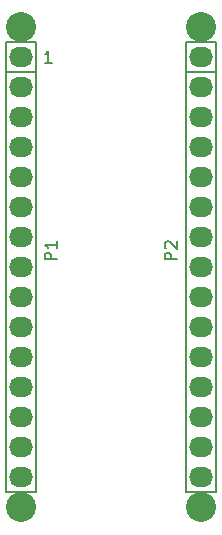
<source format=gbr>
%TF.GenerationSoftware,KiCad,Pcbnew,6.0.2+dfsg-1*%
%TF.CreationDate,2023-07-02T18:14:50+02:00*%
%TF.ProjectId,main,6d61696e-2e6b-4696-9361-645f70636258,rev?*%
%TF.SameCoordinates,Original*%
%TF.FileFunction,Legend,Top*%
%TF.FilePolarity,Positive*%
%FSLAX46Y46*%
G04 Gerber Fmt 4.6, Leading zero omitted, Abs format (unit mm)*
G04 Created by KiCad (PCBNEW 6.0.2+dfsg-1) date 2023-07-02 18:14:50*
%MOMM*%
%LPD*%
G01*
G04 APERTURE LIST*
%ADD10C,0.150000*%
%ADD11O,2.032000X1.727200*%
%ADD12C,2.540000*%
G04 APERTURE END LIST*
D10*
X142017714Y-71699380D02*
X141446285Y-71699380D01*
X141732000Y-71699380D02*
X141732000Y-70699380D01*
X141636761Y-70842238D01*
X141541523Y-70937476D01*
X141446285Y-70985095D01*
%TO.C,P1*%
X142438380Y-88368095D02*
X141438380Y-88368095D01*
X141438380Y-87987142D01*
X141486000Y-87891904D01*
X141533619Y-87844285D01*
X141628857Y-87796666D01*
X141771714Y-87796666D01*
X141866952Y-87844285D01*
X141914571Y-87891904D01*
X141962190Y-87987142D01*
X141962190Y-88368095D01*
X142438380Y-86844285D02*
X142438380Y-87415714D01*
X142438380Y-87130000D02*
X141438380Y-87130000D01*
X141581238Y-87225238D01*
X141676476Y-87320476D01*
X141724095Y-87415714D01*
%TO.C,P2*%
X152598380Y-88368095D02*
X151598380Y-88368095D01*
X151598380Y-87987142D01*
X151646000Y-87891904D01*
X151693619Y-87844285D01*
X151788857Y-87796666D01*
X151931714Y-87796666D01*
X152026952Y-87844285D01*
X152074571Y-87891904D01*
X152122190Y-87987142D01*
X152122190Y-88368095D01*
X151693619Y-87415714D02*
X151646000Y-87368095D01*
X151598380Y-87272857D01*
X151598380Y-87034761D01*
X151646000Y-86939523D01*
X151693619Y-86891904D01*
X151788857Y-86844285D01*
X151884095Y-86844285D01*
X152026952Y-86891904D01*
X152598380Y-87463333D01*
X152598380Y-86844285D01*
%TO.C,P1*%
X140716000Y-72517000D02*
X140716000Y-108077000D01*
X138176000Y-69977000D02*
X138176000Y-72517000D01*
X138176000Y-108077000D02*
X138176000Y-72517000D01*
X140716000Y-108077000D02*
X138176000Y-108077000D01*
X140716000Y-72517000D02*
X140716000Y-69977000D01*
X140716000Y-69977000D02*
X138176000Y-69977000D01*
X138176000Y-72517000D02*
X140716000Y-72517000D01*
%TO.C,P2*%
X155956000Y-69977000D02*
X153416000Y-69977000D01*
X155956000Y-72517000D02*
X155956000Y-69977000D01*
X155956000Y-108077000D02*
X153416000Y-108077000D01*
X155956000Y-72517000D02*
X155956000Y-108077000D01*
X153416000Y-72517000D02*
X155956000Y-72517000D01*
X153416000Y-69977000D02*
X153416000Y-72517000D01*
X153416000Y-108077000D02*
X153416000Y-72517000D01*
%TD*%
D11*
%TO.C,P1*%
X139446000Y-71247000D03*
X139446000Y-73787000D03*
X139446000Y-76327000D03*
X139446000Y-78867000D03*
X139446000Y-81407000D03*
X139446000Y-83947000D03*
X139446000Y-86487000D03*
X139446000Y-89027000D03*
X139446000Y-91567000D03*
X139446000Y-94107000D03*
X139446000Y-96647000D03*
X139446000Y-99187000D03*
X139446000Y-101727000D03*
X139446000Y-104267000D03*
X139446000Y-106807000D03*
%TD*%
%TO.C,P2*%
X154686000Y-71247000D03*
X154686000Y-73787000D03*
X154686000Y-76327000D03*
X154686000Y-78867000D03*
X154686000Y-81407000D03*
X154686000Y-83947000D03*
X154686000Y-86487000D03*
X154686000Y-89027000D03*
X154686000Y-91567000D03*
X154686000Y-94107000D03*
X154686000Y-96647000D03*
X154686000Y-99187000D03*
X154686000Y-101727000D03*
X154686000Y-104267000D03*
X154686000Y-106807000D03*
%TD*%
D12*
%TO.C,P3*%
X139446000Y-68707000D03*
%TD*%
%TO.C,P4*%
X139446000Y-109347000D03*
%TD*%
%TO.C,P5*%
X154686000Y-109347000D03*
%TD*%
%TO.C,P6*%
X154686000Y-68707000D03*
%TD*%
M02*

</source>
